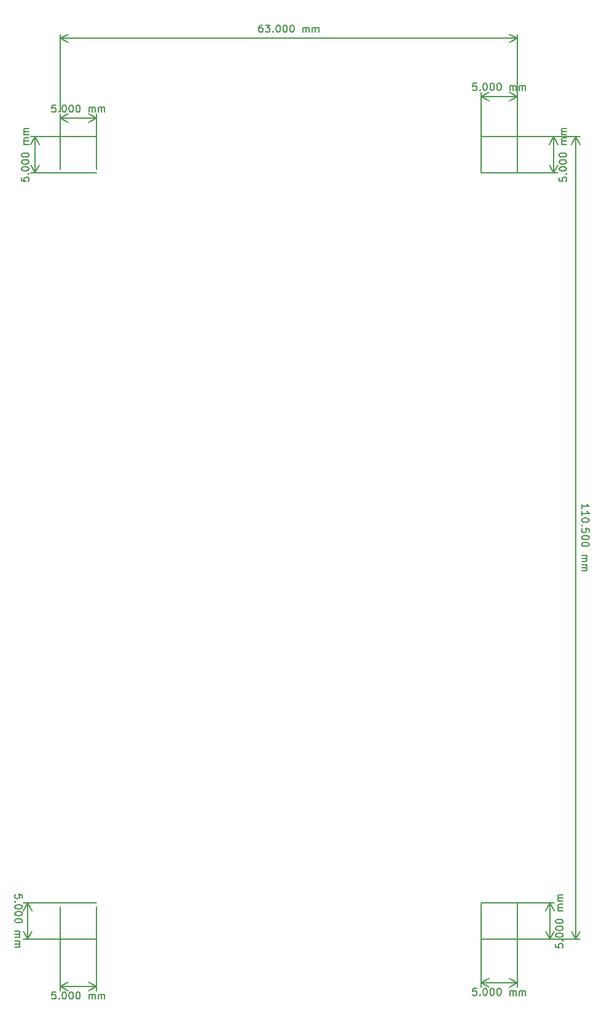
<source format=gbr>
%TF.GenerationSoftware,KiCad,Pcbnew,5.1.10-88a1d61d58~88~ubuntu20.04.1*%
%TF.CreationDate,2021-06-28T09:18:53+01:00*%
%TF.ProjectId,spike_n_hold,7370696b-655f-46e5-9f68-6f6c642e6b69,rev?*%
%TF.SameCoordinates,Original*%
%TF.FileFunction,Other,ECO1*%
%FSLAX46Y46*%
G04 Gerber Fmt 4.6, Leading zero omitted, Abs format (unit mm)*
G04 Created by KiCad (PCBNEW 5.1.10-88a1d61d58~88~ubuntu20.04.1) date 2021-06-28 09:18:53*
%MOMM*%
%LPD*%
G01*
G04 APERTURE LIST*
%ADD10C,0.150000*%
G04 APERTURE END LIST*
D10*
X172752380Y-38142857D02*
X172752380Y-38619047D01*
X173228571Y-38666666D01*
X173180952Y-38619047D01*
X173133333Y-38523809D01*
X173133333Y-38285714D01*
X173180952Y-38190476D01*
X173228571Y-38142857D01*
X173323809Y-38095238D01*
X173561904Y-38095238D01*
X173657142Y-38142857D01*
X173704761Y-38190476D01*
X173752380Y-38285714D01*
X173752380Y-38523809D01*
X173704761Y-38619047D01*
X173657142Y-38666666D01*
X173657142Y-37666666D02*
X173704761Y-37619047D01*
X173752380Y-37666666D01*
X173704761Y-37714285D01*
X173657142Y-37666666D01*
X173752380Y-37666666D01*
X172752380Y-37000000D02*
X172752380Y-36904761D01*
X172800000Y-36809523D01*
X172847619Y-36761904D01*
X172942857Y-36714285D01*
X173133333Y-36666666D01*
X173371428Y-36666666D01*
X173561904Y-36714285D01*
X173657142Y-36761904D01*
X173704761Y-36809523D01*
X173752380Y-36904761D01*
X173752380Y-37000000D01*
X173704761Y-37095238D01*
X173657142Y-37142857D01*
X173561904Y-37190476D01*
X173371428Y-37238095D01*
X173133333Y-37238095D01*
X172942857Y-37190476D01*
X172847619Y-37142857D01*
X172800000Y-37095238D01*
X172752380Y-37000000D01*
X172752380Y-36047619D02*
X172752380Y-35952380D01*
X172800000Y-35857142D01*
X172847619Y-35809523D01*
X172942857Y-35761904D01*
X173133333Y-35714285D01*
X173371428Y-35714285D01*
X173561904Y-35761904D01*
X173657142Y-35809523D01*
X173704761Y-35857142D01*
X173752380Y-35952380D01*
X173752380Y-36047619D01*
X173704761Y-36142857D01*
X173657142Y-36190476D01*
X173561904Y-36238095D01*
X173371428Y-36285714D01*
X173133333Y-36285714D01*
X172942857Y-36238095D01*
X172847619Y-36190476D01*
X172800000Y-36142857D01*
X172752380Y-36047619D01*
X172752380Y-35095238D02*
X172752380Y-35000000D01*
X172800000Y-34904761D01*
X172847619Y-34857142D01*
X172942857Y-34809523D01*
X173133333Y-34761904D01*
X173371428Y-34761904D01*
X173561904Y-34809523D01*
X173657142Y-34857142D01*
X173704761Y-34904761D01*
X173752380Y-35000000D01*
X173752380Y-35095238D01*
X173704761Y-35190476D01*
X173657142Y-35238095D01*
X173561904Y-35285714D01*
X173371428Y-35333333D01*
X173133333Y-35333333D01*
X172942857Y-35285714D01*
X172847619Y-35238095D01*
X172800000Y-35190476D01*
X172752380Y-35095238D01*
X173752380Y-33571428D02*
X173085714Y-33571428D01*
X173180952Y-33571428D02*
X173133333Y-33523809D01*
X173085714Y-33428571D01*
X173085714Y-33285714D01*
X173133333Y-33190476D01*
X173228571Y-33142857D01*
X173752380Y-33142857D01*
X173228571Y-33142857D02*
X173133333Y-33095238D01*
X173085714Y-33000000D01*
X173085714Y-32857142D01*
X173133333Y-32761904D01*
X173228571Y-32714285D01*
X173752380Y-32714285D01*
X173752380Y-32238095D02*
X173085714Y-32238095D01*
X173180952Y-32238095D02*
X173133333Y-32190476D01*
X173085714Y-32095238D01*
X173085714Y-31952380D01*
X173133333Y-31857142D01*
X173228571Y-31809523D01*
X173752380Y-31809523D01*
X173228571Y-31809523D02*
X173133333Y-31761904D01*
X173085714Y-31666666D01*
X173085714Y-31523809D01*
X173133333Y-31428571D01*
X173228571Y-31380952D01*
X173752380Y-31380952D01*
X172000000Y-37500000D02*
X172000000Y-32500000D01*
X162000000Y-37500000D02*
X172586421Y-37500000D01*
X162000000Y-32500000D02*
X172586421Y-32500000D01*
X172000000Y-32500000D02*
X172586421Y-33626504D01*
X172000000Y-32500000D02*
X171413579Y-33626504D01*
X172000000Y-37500000D02*
X172586421Y-36373496D01*
X172000000Y-37500000D02*
X171413579Y-36373496D01*
X161357142Y-25152380D02*
X160880952Y-25152380D01*
X160833333Y-25628571D01*
X160880952Y-25580952D01*
X160976190Y-25533333D01*
X161214285Y-25533333D01*
X161309523Y-25580952D01*
X161357142Y-25628571D01*
X161404761Y-25723809D01*
X161404761Y-25961904D01*
X161357142Y-26057142D01*
X161309523Y-26104761D01*
X161214285Y-26152380D01*
X160976190Y-26152380D01*
X160880952Y-26104761D01*
X160833333Y-26057142D01*
X161833333Y-26057142D02*
X161880952Y-26104761D01*
X161833333Y-26152380D01*
X161785714Y-26104761D01*
X161833333Y-26057142D01*
X161833333Y-26152380D01*
X162500000Y-25152380D02*
X162595238Y-25152380D01*
X162690476Y-25200000D01*
X162738095Y-25247619D01*
X162785714Y-25342857D01*
X162833333Y-25533333D01*
X162833333Y-25771428D01*
X162785714Y-25961904D01*
X162738095Y-26057142D01*
X162690476Y-26104761D01*
X162595238Y-26152380D01*
X162500000Y-26152380D01*
X162404761Y-26104761D01*
X162357142Y-26057142D01*
X162309523Y-25961904D01*
X162261904Y-25771428D01*
X162261904Y-25533333D01*
X162309523Y-25342857D01*
X162357142Y-25247619D01*
X162404761Y-25200000D01*
X162500000Y-25152380D01*
X163452380Y-25152380D02*
X163547619Y-25152380D01*
X163642857Y-25200000D01*
X163690476Y-25247619D01*
X163738095Y-25342857D01*
X163785714Y-25533333D01*
X163785714Y-25771428D01*
X163738095Y-25961904D01*
X163690476Y-26057142D01*
X163642857Y-26104761D01*
X163547619Y-26152380D01*
X163452380Y-26152380D01*
X163357142Y-26104761D01*
X163309523Y-26057142D01*
X163261904Y-25961904D01*
X163214285Y-25771428D01*
X163214285Y-25533333D01*
X163261904Y-25342857D01*
X163309523Y-25247619D01*
X163357142Y-25200000D01*
X163452380Y-25152380D01*
X164404761Y-25152380D02*
X164500000Y-25152380D01*
X164595238Y-25200000D01*
X164642857Y-25247619D01*
X164690476Y-25342857D01*
X164738095Y-25533333D01*
X164738095Y-25771428D01*
X164690476Y-25961904D01*
X164642857Y-26057142D01*
X164595238Y-26104761D01*
X164500000Y-26152380D01*
X164404761Y-26152380D01*
X164309523Y-26104761D01*
X164261904Y-26057142D01*
X164214285Y-25961904D01*
X164166666Y-25771428D01*
X164166666Y-25533333D01*
X164214285Y-25342857D01*
X164261904Y-25247619D01*
X164309523Y-25200000D01*
X164404761Y-25152380D01*
X165928571Y-26152380D02*
X165928571Y-25485714D01*
X165928571Y-25580952D02*
X165976190Y-25533333D01*
X166071428Y-25485714D01*
X166214285Y-25485714D01*
X166309523Y-25533333D01*
X166357142Y-25628571D01*
X166357142Y-26152380D01*
X166357142Y-25628571D02*
X166404761Y-25533333D01*
X166500000Y-25485714D01*
X166642857Y-25485714D01*
X166738095Y-25533333D01*
X166785714Y-25628571D01*
X166785714Y-26152380D01*
X167261904Y-26152380D02*
X167261904Y-25485714D01*
X167261904Y-25580952D02*
X167309523Y-25533333D01*
X167404761Y-25485714D01*
X167547619Y-25485714D01*
X167642857Y-25533333D01*
X167690476Y-25628571D01*
X167690476Y-26152380D01*
X167690476Y-25628571D02*
X167738095Y-25533333D01*
X167833333Y-25485714D01*
X167976190Y-25485714D01*
X168071428Y-25533333D01*
X168119047Y-25628571D01*
X168119047Y-26152380D01*
X162000000Y-27000000D02*
X167000000Y-27000000D01*
X162000000Y-37500000D02*
X162000000Y-26413579D01*
X167000000Y-37500000D02*
X167000000Y-26413579D01*
X167000000Y-27000000D02*
X165873496Y-27586421D01*
X167000000Y-27000000D02*
X165873496Y-26413579D01*
X162000000Y-27000000D02*
X163126504Y-27586421D01*
X162000000Y-27000000D02*
X163126504Y-26413579D01*
X172252380Y-143642857D02*
X172252380Y-144119047D01*
X172728571Y-144166666D01*
X172680952Y-144119047D01*
X172633333Y-144023809D01*
X172633333Y-143785714D01*
X172680952Y-143690476D01*
X172728571Y-143642857D01*
X172823809Y-143595238D01*
X173061904Y-143595238D01*
X173157142Y-143642857D01*
X173204761Y-143690476D01*
X173252380Y-143785714D01*
X173252380Y-144023809D01*
X173204761Y-144119047D01*
X173157142Y-144166666D01*
X173157142Y-143166666D02*
X173204761Y-143119047D01*
X173252380Y-143166666D01*
X173204761Y-143214285D01*
X173157142Y-143166666D01*
X173252380Y-143166666D01*
X172252380Y-142500000D02*
X172252380Y-142404761D01*
X172300000Y-142309523D01*
X172347619Y-142261904D01*
X172442857Y-142214285D01*
X172633333Y-142166666D01*
X172871428Y-142166666D01*
X173061904Y-142214285D01*
X173157142Y-142261904D01*
X173204761Y-142309523D01*
X173252380Y-142404761D01*
X173252380Y-142500000D01*
X173204761Y-142595238D01*
X173157142Y-142642857D01*
X173061904Y-142690476D01*
X172871428Y-142738095D01*
X172633333Y-142738095D01*
X172442857Y-142690476D01*
X172347619Y-142642857D01*
X172300000Y-142595238D01*
X172252380Y-142500000D01*
X172252380Y-141547619D02*
X172252380Y-141452380D01*
X172300000Y-141357142D01*
X172347619Y-141309523D01*
X172442857Y-141261904D01*
X172633333Y-141214285D01*
X172871428Y-141214285D01*
X173061904Y-141261904D01*
X173157142Y-141309523D01*
X173204761Y-141357142D01*
X173252380Y-141452380D01*
X173252380Y-141547619D01*
X173204761Y-141642857D01*
X173157142Y-141690476D01*
X173061904Y-141738095D01*
X172871428Y-141785714D01*
X172633333Y-141785714D01*
X172442857Y-141738095D01*
X172347619Y-141690476D01*
X172300000Y-141642857D01*
X172252380Y-141547619D01*
X172252380Y-140595238D02*
X172252380Y-140500000D01*
X172300000Y-140404761D01*
X172347619Y-140357142D01*
X172442857Y-140309523D01*
X172633333Y-140261904D01*
X172871428Y-140261904D01*
X173061904Y-140309523D01*
X173157142Y-140357142D01*
X173204761Y-140404761D01*
X173252380Y-140500000D01*
X173252380Y-140595238D01*
X173204761Y-140690476D01*
X173157142Y-140738095D01*
X173061904Y-140785714D01*
X172871428Y-140833333D01*
X172633333Y-140833333D01*
X172442857Y-140785714D01*
X172347619Y-140738095D01*
X172300000Y-140690476D01*
X172252380Y-140595238D01*
X173252380Y-139071428D02*
X172585714Y-139071428D01*
X172680952Y-139071428D02*
X172633333Y-139023809D01*
X172585714Y-138928571D01*
X172585714Y-138785714D01*
X172633333Y-138690476D01*
X172728571Y-138642857D01*
X173252380Y-138642857D01*
X172728571Y-138642857D02*
X172633333Y-138595238D01*
X172585714Y-138500000D01*
X172585714Y-138357142D01*
X172633333Y-138261904D01*
X172728571Y-138214285D01*
X173252380Y-138214285D01*
X173252380Y-137738095D02*
X172585714Y-137738095D01*
X172680952Y-137738095D02*
X172633333Y-137690476D01*
X172585714Y-137595238D01*
X172585714Y-137452380D01*
X172633333Y-137357142D01*
X172728571Y-137309523D01*
X173252380Y-137309523D01*
X172728571Y-137309523D02*
X172633333Y-137261904D01*
X172585714Y-137166666D01*
X172585714Y-137023809D01*
X172633333Y-136928571D01*
X172728571Y-136880952D01*
X173252380Y-136880952D01*
X171500000Y-143000000D02*
X171500000Y-138000000D01*
X162000000Y-143000000D02*
X172086421Y-143000000D01*
X162000000Y-138000000D02*
X172086421Y-138000000D01*
X171500000Y-138000000D02*
X172086421Y-139126504D01*
X171500000Y-138000000D02*
X170913579Y-139126504D01*
X171500000Y-143000000D02*
X172086421Y-141873496D01*
X171500000Y-143000000D02*
X170913579Y-141873496D01*
X161357142Y-149752380D02*
X160880952Y-149752380D01*
X160833333Y-150228571D01*
X160880952Y-150180952D01*
X160976190Y-150133333D01*
X161214285Y-150133333D01*
X161309523Y-150180952D01*
X161357142Y-150228571D01*
X161404761Y-150323809D01*
X161404761Y-150561904D01*
X161357142Y-150657142D01*
X161309523Y-150704761D01*
X161214285Y-150752380D01*
X160976190Y-150752380D01*
X160880952Y-150704761D01*
X160833333Y-150657142D01*
X161833333Y-150657142D02*
X161880952Y-150704761D01*
X161833333Y-150752380D01*
X161785714Y-150704761D01*
X161833333Y-150657142D01*
X161833333Y-150752380D01*
X162500000Y-149752380D02*
X162595238Y-149752380D01*
X162690476Y-149800000D01*
X162738095Y-149847619D01*
X162785714Y-149942857D01*
X162833333Y-150133333D01*
X162833333Y-150371428D01*
X162785714Y-150561904D01*
X162738095Y-150657142D01*
X162690476Y-150704761D01*
X162595238Y-150752380D01*
X162500000Y-150752380D01*
X162404761Y-150704761D01*
X162357142Y-150657142D01*
X162309523Y-150561904D01*
X162261904Y-150371428D01*
X162261904Y-150133333D01*
X162309523Y-149942857D01*
X162357142Y-149847619D01*
X162404761Y-149800000D01*
X162500000Y-149752380D01*
X163452380Y-149752380D02*
X163547619Y-149752380D01*
X163642857Y-149800000D01*
X163690476Y-149847619D01*
X163738095Y-149942857D01*
X163785714Y-150133333D01*
X163785714Y-150371428D01*
X163738095Y-150561904D01*
X163690476Y-150657142D01*
X163642857Y-150704761D01*
X163547619Y-150752380D01*
X163452380Y-150752380D01*
X163357142Y-150704761D01*
X163309523Y-150657142D01*
X163261904Y-150561904D01*
X163214285Y-150371428D01*
X163214285Y-150133333D01*
X163261904Y-149942857D01*
X163309523Y-149847619D01*
X163357142Y-149800000D01*
X163452380Y-149752380D01*
X164404761Y-149752380D02*
X164500000Y-149752380D01*
X164595238Y-149800000D01*
X164642857Y-149847619D01*
X164690476Y-149942857D01*
X164738095Y-150133333D01*
X164738095Y-150371428D01*
X164690476Y-150561904D01*
X164642857Y-150657142D01*
X164595238Y-150704761D01*
X164500000Y-150752380D01*
X164404761Y-150752380D01*
X164309523Y-150704761D01*
X164261904Y-150657142D01*
X164214285Y-150561904D01*
X164166666Y-150371428D01*
X164166666Y-150133333D01*
X164214285Y-149942857D01*
X164261904Y-149847619D01*
X164309523Y-149800000D01*
X164404761Y-149752380D01*
X165928571Y-150752380D02*
X165928571Y-150085714D01*
X165928571Y-150180952D02*
X165976190Y-150133333D01*
X166071428Y-150085714D01*
X166214285Y-150085714D01*
X166309523Y-150133333D01*
X166357142Y-150228571D01*
X166357142Y-150752380D01*
X166357142Y-150228571D02*
X166404761Y-150133333D01*
X166500000Y-150085714D01*
X166642857Y-150085714D01*
X166738095Y-150133333D01*
X166785714Y-150228571D01*
X166785714Y-150752380D01*
X167261904Y-150752380D02*
X167261904Y-150085714D01*
X167261904Y-150180952D02*
X167309523Y-150133333D01*
X167404761Y-150085714D01*
X167547619Y-150085714D01*
X167642857Y-150133333D01*
X167690476Y-150228571D01*
X167690476Y-150752380D01*
X167690476Y-150228571D02*
X167738095Y-150133333D01*
X167833333Y-150085714D01*
X167976190Y-150085714D01*
X168071428Y-150133333D01*
X168119047Y-150228571D01*
X168119047Y-150752380D01*
X167000000Y-149000000D02*
X162000000Y-149000000D01*
X167000000Y-138000000D02*
X167000000Y-149586421D01*
X162000000Y-138000000D02*
X162000000Y-149586421D01*
X162000000Y-149000000D02*
X163126504Y-148413579D01*
X162000000Y-149000000D02*
X163126504Y-149586421D01*
X167000000Y-149000000D02*
X165873496Y-148413579D01*
X167000000Y-149000000D02*
X165873496Y-149586421D01*
X98747619Y-137357142D02*
X98747619Y-136880952D01*
X98271428Y-136833333D01*
X98319047Y-136880952D01*
X98366666Y-136976190D01*
X98366666Y-137214285D01*
X98319047Y-137309523D01*
X98271428Y-137357142D01*
X98176190Y-137404761D01*
X97938095Y-137404761D01*
X97842857Y-137357142D01*
X97795238Y-137309523D01*
X97747619Y-137214285D01*
X97747619Y-136976190D01*
X97795238Y-136880952D01*
X97842857Y-136833333D01*
X97842857Y-137833333D02*
X97795238Y-137880952D01*
X97747619Y-137833333D01*
X97795238Y-137785714D01*
X97842857Y-137833333D01*
X97747619Y-137833333D01*
X98747619Y-138500000D02*
X98747619Y-138595238D01*
X98700000Y-138690476D01*
X98652380Y-138738095D01*
X98557142Y-138785714D01*
X98366666Y-138833333D01*
X98128571Y-138833333D01*
X97938095Y-138785714D01*
X97842857Y-138738095D01*
X97795238Y-138690476D01*
X97747619Y-138595238D01*
X97747619Y-138500000D01*
X97795238Y-138404761D01*
X97842857Y-138357142D01*
X97938095Y-138309523D01*
X98128571Y-138261904D01*
X98366666Y-138261904D01*
X98557142Y-138309523D01*
X98652380Y-138357142D01*
X98700000Y-138404761D01*
X98747619Y-138500000D01*
X98747619Y-139452380D02*
X98747619Y-139547619D01*
X98700000Y-139642857D01*
X98652380Y-139690476D01*
X98557142Y-139738095D01*
X98366666Y-139785714D01*
X98128571Y-139785714D01*
X97938095Y-139738095D01*
X97842857Y-139690476D01*
X97795238Y-139642857D01*
X97747619Y-139547619D01*
X97747619Y-139452380D01*
X97795238Y-139357142D01*
X97842857Y-139309523D01*
X97938095Y-139261904D01*
X98128571Y-139214285D01*
X98366666Y-139214285D01*
X98557142Y-139261904D01*
X98652380Y-139309523D01*
X98700000Y-139357142D01*
X98747619Y-139452380D01*
X98747619Y-140404761D02*
X98747619Y-140500000D01*
X98700000Y-140595238D01*
X98652380Y-140642857D01*
X98557142Y-140690476D01*
X98366666Y-140738095D01*
X98128571Y-140738095D01*
X97938095Y-140690476D01*
X97842857Y-140642857D01*
X97795238Y-140595238D01*
X97747619Y-140500000D01*
X97747619Y-140404761D01*
X97795238Y-140309523D01*
X97842857Y-140261904D01*
X97938095Y-140214285D01*
X98128571Y-140166666D01*
X98366666Y-140166666D01*
X98557142Y-140214285D01*
X98652380Y-140261904D01*
X98700000Y-140309523D01*
X98747619Y-140404761D01*
X97747619Y-141928571D02*
X98414285Y-141928571D01*
X98319047Y-141928571D02*
X98366666Y-141976190D01*
X98414285Y-142071428D01*
X98414285Y-142214285D01*
X98366666Y-142309523D01*
X98271428Y-142357142D01*
X97747619Y-142357142D01*
X98271428Y-142357142D02*
X98366666Y-142404761D01*
X98414285Y-142500000D01*
X98414285Y-142642857D01*
X98366666Y-142738095D01*
X98271428Y-142785714D01*
X97747619Y-142785714D01*
X97747619Y-143261904D02*
X98414285Y-143261904D01*
X98319047Y-143261904D02*
X98366666Y-143309523D01*
X98414285Y-143404761D01*
X98414285Y-143547619D01*
X98366666Y-143642857D01*
X98271428Y-143690476D01*
X97747619Y-143690476D01*
X98271428Y-143690476D02*
X98366666Y-143738095D01*
X98414285Y-143833333D01*
X98414285Y-143976190D01*
X98366666Y-144071428D01*
X98271428Y-144119047D01*
X97747619Y-144119047D01*
X99500000Y-138000000D02*
X99500000Y-143000000D01*
X109000000Y-138000000D02*
X98913579Y-138000000D01*
X109000000Y-143000000D02*
X98913579Y-143000000D01*
X99500000Y-143000000D02*
X98913579Y-141873496D01*
X99500000Y-143000000D02*
X100086421Y-141873496D01*
X99500000Y-138000000D02*
X98913579Y-139126504D01*
X99500000Y-138000000D02*
X100086421Y-139126504D01*
X103357142Y-150252380D02*
X102880952Y-150252380D01*
X102833333Y-150728571D01*
X102880952Y-150680952D01*
X102976190Y-150633333D01*
X103214285Y-150633333D01*
X103309523Y-150680952D01*
X103357142Y-150728571D01*
X103404761Y-150823809D01*
X103404761Y-151061904D01*
X103357142Y-151157142D01*
X103309523Y-151204761D01*
X103214285Y-151252380D01*
X102976190Y-151252380D01*
X102880952Y-151204761D01*
X102833333Y-151157142D01*
X103833333Y-151157142D02*
X103880952Y-151204761D01*
X103833333Y-151252380D01*
X103785714Y-151204761D01*
X103833333Y-151157142D01*
X103833333Y-151252380D01*
X104500000Y-150252380D02*
X104595238Y-150252380D01*
X104690476Y-150300000D01*
X104738095Y-150347619D01*
X104785714Y-150442857D01*
X104833333Y-150633333D01*
X104833333Y-150871428D01*
X104785714Y-151061904D01*
X104738095Y-151157142D01*
X104690476Y-151204761D01*
X104595238Y-151252380D01*
X104500000Y-151252380D01*
X104404761Y-151204761D01*
X104357142Y-151157142D01*
X104309523Y-151061904D01*
X104261904Y-150871428D01*
X104261904Y-150633333D01*
X104309523Y-150442857D01*
X104357142Y-150347619D01*
X104404761Y-150300000D01*
X104500000Y-150252380D01*
X105452380Y-150252380D02*
X105547619Y-150252380D01*
X105642857Y-150300000D01*
X105690476Y-150347619D01*
X105738095Y-150442857D01*
X105785714Y-150633333D01*
X105785714Y-150871428D01*
X105738095Y-151061904D01*
X105690476Y-151157142D01*
X105642857Y-151204761D01*
X105547619Y-151252380D01*
X105452380Y-151252380D01*
X105357142Y-151204761D01*
X105309523Y-151157142D01*
X105261904Y-151061904D01*
X105214285Y-150871428D01*
X105214285Y-150633333D01*
X105261904Y-150442857D01*
X105309523Y-150347619D01*
X105357142Y-150300000D01*
X105452380Y-150252380D01*
X106404761Y-150252380D02*
X106500000Y-150252380D01*
X106595238Y-150300000D01*
X106642857Y-150347619D01*
X106690476Y-150442857D01*
X106738095Y-150633333D01*
X106738095Y-150871428D01*
X106690476Y-151061904D01*
X106642857Y-151157142D01*
X106595238Y-151204761D01*
X106500000Y-151252380D01*
X106404761Y-151252380D01*
X106309523Y-151204761D01*
X106261904Y-151157142D01*
X106214285Y-151061904D01*
X106166666Y-150871428D01*
X106166666Y-150633333D01*
X106214285Y-150442857D01*
X106261904Y-150347619D01*
X106309523Y-150300000D01*
X106404761Y-150252380D01*
X107928571Y-151252380D02*
X107928571Y-150585714D01*
X107928571Y-150680952D02*
X107976190Y-150633333D01*
X108071428Y-150585714D01*
X108214285Y-150585714D01*
X108309523Y-150633333D01*
X108357142Y-150728571D01*
X108357142Y-151252380D01*
X108357142Y-150728571D02*
X108404761Y-150633333D01*
X108500000Y-150585714D01*
X108642857Y-150585714D01*
X108738095Y-150633333D01*
X108785714Y-150728571D01*
X108785714Y-151252380D01*
X109261904Y-151252380D02*
X109261904Y-150585714D01*
X109261904Y-150680952D02*
X109309523Y-150633333D01*
X109404761Y-150585714D01*
X109547619Y-150585714D01*
X109642857Y-150633333D01*
X109690476Y-150728571D01*
X109690476Y-151252380D01*
X109690476Y-150728571D02*
X109738095Y-150633333D01*
X109833333Y-150585714D01*
X109976190Y-150585714D01*
X110071428Y-150633333D01*
X110119047Y-150728571D01*
X110119047Y-151252380D01*
X109000000Y-149500000D02*
X104000000Y-149500000D01*
X109000000Y-138500000D02*
X109000000Y-150086421D01*
X104000000Y-138500000D02*
X104000000Y-150086421D01*
X104000000Y-149500000D02*
X105126504Y-148913579D01*
X104000000Y-149500000D02*
X105126504Y-150086421D01*
X109000000Y-149500000D02*
X107873496Y-148913579D01*
X109000000Y-149500000D02*
X107873496Y-150086421D01*
X98652380Y-38142857D02*
X98652380Y-38619047D01*
X99128571Y-38666666D01*
X99080952Y-38619047D01*
X99033333Y-38523809D01*
X99033333Y-38285714D01*
X99080952Y-38190476D01*
X99128571Y-38142857D01*
X99223809Y-38095238D01*
X99461904Y-38095238D01*
X99557142Y-38142857D01*
X99604761Y-38190476D01*
X99652380Y-38285714D01*
X99652380Y-38523809D01*
X99604761Y-38619047D01*
X99557142Y-38666666D01*
X99557142Y-37666666D02*
X99604761Y-37619047D01*
X99652380Y-37666666D01*
X99604761Y-37714285D01*
X99557142Y-37666666D01*
X99652380Y-37666666D01*
X98652380Y-37000000D02*
X98652380Y-36904761D01*
X98700000Y-36809523D01*
X98747619Y-36761904D01*
X98842857Y-36714285D01*
X99033333Y-36666666D01*
X99271428Y-36666666D01*
X99461904Y-36714285D01*
X99557142Y-36761904D01*
X99604761Y-36809523D01*
X99652380Y-36904761D01*
X99652380Y-37000000D01*
X99604761Y-37095238D01*
X99557142Y-37142857D01*
X99461904Y-37190476D01*
X99271428Y-37238095D01*
X99033333Y-37238095D01*
X98842857Y-37190476D01*
X98747619Y-37142857D01*
X98700000Y-37095238D01*
X98652380Y-37000000D01*
X98652380Y-36047619D02*
X98652380Y-35952380D01*
X98700000Y-35857142D01*
X98747619Y-35809523D01*
X98842857Y-35761904D01*
X99033333Y-35714285D01*
X99271428Y-35714285D01*
X99461904Y-35761904D01*
X99557142Y-35809523D01*
X99604761Y-35857142D01*
X99652380Y-35952380D01*
X99652380Y-36047619D01*
X99604761Y-36142857D01*
X99557142Y-36190476D01*
X99461904Y-36238095D01*
X99271428Y-36285714D01*
X99033333Y-36285714D01*
X98842857Y-36238095D01*
X98747619Y-36190476D01*
X98700000Y-36142857D01*
X98652380Y-36047619D01*
X98652380Y-35095238D02*
X98652380Y-35000000D01*
X98700000Y-34904761D01*
X98747619Y-34857142D01*
X98842857Y-34809523D01*
X99033333Y-34761904D01*
X99271428Y-34761904D01*
X99461904Y-34809523D01*
X99557142Y-34857142D01*
X99604761Y-34904761D01*
X99652380Y-35000000D01*
X99652380Y-35095238D01*
X99604761Y-35190476D01*
X99557142Y-35238095D01*
X99461904Y-35285714D01*
X99271428Y-35333333D01*
X99033333Y-35333333D01*
X98842857Y-35285714D01*
X98747619Y-35238095D01*
X98700000Y-35190476D01*
X98652380Y-35095238D01*
X99652380Y-33571428D02*
X98985714Y-33571428D01*
X99080952Y-33571428D02*
X99033333Y-33523809D01*
X98985714Y-33428571D01*
X98985714Y-33285714D01*
X99033333Y-33190476D01*
X99128571Y-33142857D01*
X99652380Y-33142857D01*
X99128571Y-33142857D02*
X99033333Y-33095238D01*
X98985714Y-33000000D01*
X98985714Y-32857142D01*
X99033333Y-32761904D01*
X99128571Y-32714285D01*
X99652380Y-32714285D01*
X99652380Y-32238095D02*
X98985714Y-32238095D01*
X99080952Y-32238095D02*
X99033333Y-32190476D01*
X98985714Y-32095238D01*
X98985714Y-31952380D01*
X99033333Y-31857142D01*
X99128571Y-31809523D01*
X99652380Y-31809523D01*
X99128571Y-31809523D02*
X99033333Y-31761904D01*
X98985714Y-31666666D01*
X98985714Y-31523809D01*
X99033333Y-31428571D01*
X99128571Y-31380952D01*
X99652380Y-31380952D01*
X100500000Y-37500000D02*
X100500000Y-32500000D01*
X109000000Y-37500000D02*
X99913579Y-37500000D01*
X109000000Y-32500000D02*
X99913579Y-32500000D01*
X100500000Y-32500000D02*
X101086421Y-33626504D01*
X100500000Y-32500000D02*
X99913579Y-33626504D01*
X100500000Y-37500000D02*
X101086421Y-36373496D01*
X100500000Y-37500000D02*
X99913579Y-36373496D01*
X103357142Y-28152380D02*
X102880952Y-28152380D01*
X102833333Y-28628571D01*
X102880952Y-28580952D01*
X102976190Y-28533333D01*
X103214285Y-28533333D01*
X103309523Y-28580952D01*
X103357142Y-28628571D01*
X103404761Y-28723809D01*
X103404761Y-28961904D01*
X103357142Y-29057142D01*
X103309523Y-29104761D01*
X103214285Y-29152380D01*
X102976190Y-29152380D01*
X102880952Y-29104761D01*
X102833333Y-29057142D01*
X103833333Y-29057142D02*
X103880952Y-29104761D01*
X103833333Y-29152380D01*
X103785714Y-29104761D01*
X103833333Y-29057142D01*
X103833333Y-29152380D01*
X104500000Y-28152380D02*
X104595238Y-28152380D01*
X104690476Y-28200000D01*
X104738095Y-28247619D01*
X104785714Y-28342857D01*
X104833333Y-28533333D01*
X104833333Y-28771428D01*
X104785714Y-28961904D01*
X104738095Y-29057142D01*
X104690476Y-29104761D01*
X104595238Y-29152380D01*
X104500000Y-29152380D01*
X104404761Y-29104761D01*
X104357142Y-29057142D01*
X104309523Y-28961904D01*
X104261904Y-28771428D01*
X104261904Y-28533333D01*
X104309523Y-28342857D01*
X104357142Y-28247619D01*
X104404761Y-28200000D01*
X104500000Y-28152380D01*
X105452380Y-28152380D02*
X105547619Y-28152380D01*
X105642857Y-28200000D01*
X105690476Y-28247619D01*
X105738095Y-28342857D01*
X105785714Y-28533333D01*
X105785714Y-28771428D01*
X105738095Y-28961904D01*
X105690476Y-29057142D01*
X105642857Y-29104761D01*
X105547619Y-29152380D01*
X105452380Y-29152380D01*
X105357142Y-29104761D01*
X105309523Y-29057142D01*
X105261904Y-28961904D01*
X105214285Y-28771428D01*
X105214285Y-28533333D01*
X105261904Y-28342857D01*
X105309523Y-28247619D01*
X105357142Y-28200000D01*
X105452380Y-28152380D01*
X106404761Y-28152380D02*
X106500000Y-28152380D01*
X106595238Y-28200000D01*
X106642857Y-28247619D01*
X106690476Y-28342857D01*
X106738095Y-28533333D01*
X106738095Y-28771428D01*
X106690476Y-28961904D01*
X106642857Y-29057142D01*
X106595238Y-29104761D01*
X106500000Y-29152380D01*
X106404761Y-29152380D01*
X106309523Y-29104761D01*
X106261904Y-29057142D01*
X106214285Y-28961904D01*
X106166666Y-28771428D01*
X106166666Y-28533333D01*
X106214285Y-28342857D01*
X106261904Y-28247619D01*
X106309523Y-28200000D01*
X106404761Y-28152380D01*
X107928571Y-29152380D02*
X107928571Y-28485714D01*
X107928571Y-28580952D02*
X107976190Y-28533333D01*
X108071428Y-28485714D01*
X108214285Y-28485714D01*
X108309523Y-28533333D01*
X108357142Y-28628571D01*
X108357142Y-29152380D01*
X108357142Y-28628571D02*
X108404761Y-28533333D01*
X108500000Y-28485714D01*
X108642857Y-28485714D01*
X108738095Y-28533333D01*
X108785714Y-28628571D01*
X108785714Y-29152380D01*
X109261904Y-29152380D02*
X109261904Y-28485714D01*
X109261904Y-28580952D02*
X109309523Y-28533333D01*
X109404761Y-28485714D01*
X109547619Y-28485714D01*
X109642857Y-28533333D01*
X109690476Y-28628571D01*
X109690476Y-29152380D01*
X109690476Y-28628571D02*
X109738095Y-28533333D01*
X109833333Y-28485714D01*
X109976190Y-28485714D01*
X110071428Y-28533333D01*
X110119047Y-28628571D01*
X110119047Y-29152380D01*
X109000000Y-30000000D02*
X104000000Y-30000000D01*
X109000000Y-37000000D02*
X109000000Y-29413579D01*
X104000000Y-37000000D02*
X104000000Y-29413579D01*
X104000000Y-30000000D02*
X105126504Y-29413579D01*
X104000000Y-30000000D02*
X105126504Y-30586421D01*
X109000000Y-30000000D02*
X107873496Y-29413579D01*
X109000000Y-30000000D02*
X107873496Y-30586421D01*
X175847619Y-83702380D02*
X175847619Y-83130952D01*
X175847619Y-83416666D02*
X176847619Y-83416666D01*
X176704761Y-83321428D01*
X176609523Y-83226190D01*
X176561904Y-83130952D01*
X175847619Y-84654761D02*
X175847619Y-84083333D01*
X175847619Y-84369047D02*
X176847619Y-84369047D01*
X176704761Y-84273809D01*
X176609523Y-84178571D01*
X176561904Y-84083333D01*
X176847619Y-85273809D02*
X176847619Y-85369047D01*
X176800000Y-85464285D01*
X176752380Y-85511904D01*
X176657142Y-85559523D01*
X176466666Y-85607142D01*
X176228571Y-85607142D01*
X176038095Y-85559523D01*
X175942857Y-85511904D01*
X175895238Y-85464285D01*
X175847619Y-85369047D01*
X175847619Y-85273809D01*
X175895238Y-85178571D01*
X175942857Y-85130952D01*
X176038095Y-85083333D01*
X176228571Y-85035714D01*
X176466666Y-85035714D01*
X176657142Y-85083333D01*
X176752380Y-85130952D01*
X176800000Y-85178571D01*
X176847619Y-85273809D01*
X175942857Y-86035714D02*
X175895238Y-86083333D01*
X175847619Y-86035714D01*
X175895238Y-85988095D01*
X175942857Y-86035714D01*
X175847619Y-86035714D01*
X176847619Y-86988095D02*
X176847619Y-86511904D01*
X176371428Y-86464285D01*
X176419047Y-86511904D01*
X176466666Y-86607142D01*
X176466666Y-86845238D01*
X176419047Y-86940476D01*
X176371428Y-86988095D01*
X176276190Y-87035714D01*
X176038095Y-87035714D01*
X175942857Y-86988095D01*
X175895238Y-86940476D01*
X175847619Y-86845238D01*
X175847619Y-86607142D01*
X175895238Y-86511904D01*
X175942857Y-86464285D01*
X176847619Y-87654761D02*
X176847619Y-87750000D01*
X176800000Y-87845238D01*
X176752380Y-87892857D01*
X176657142Y-87940476D01*
X176466666Y-87988095D01*
X176228571Y-87988095D01*
X176038095Y-87940476D01*
X175942857Y-87892857D01*
X175895238Y-87845238D01*
X175847619Y-87750000D01*
X175847619Y-87654761D01*
X175895238Y-87559523D01*
X175942857Y-87511904D01*
X176038095Y-87464285D01*
X176228571Y-87416666D01*
X176466666Y-87416666D01*
X176657142Y-87464285D01*
X176752380Y-87511904D01*
X176800000Y-87559523D01*
X176847619Y-87654761D01*
X176847619Y-88607142D02*
X176847619Y-88702380D01*
X176800000Y-88797619D01*
X176752380Y-88845238D01*
X176657142Y-88892857D01*
X176466666Y-88940476D01*
X176228571Y-88940476D01*
X176038095Y-88892857D01*
X175942857Y-88845238D01*
X175895238Y-88797619D01*
X175847619Y-88702380D01*
X175847619Y-88607142D01*
X175895238Y-88511904D01*
X175942857Y-88464285D01*
X176038095Y-88416666D01*
X176228571Y-88369047D01*
X176466666Y-88369047D01*
X176657142Y-88416666D01*
X176752380Y-88464285D01*
X176800000Y-88511904D01*
X176847619Y-88607142D01*
X175847619Y-90130952D02*
X176514285Y-90130952D01*
X176419047Y-90130952D02*
X176466666Y-90178571D01*
X176514285Y-90273809D01*
X176514285Y-90416666D01*
X176466666Y-90511904D01*
X176371428Y-90559523D01*
X175847619Y-90559523D01*
X176371428Y-90559523D02*
X176466666Y-90607142D01*
X176514285Y-90702380D01*
X176514285Y-90845238D01*
X176466666Y-90940476D01*
X176371428Y-90988095D01*
X175847619Y-90988095D01*
X175847619Y-91464285D02*
X176514285Y-91464285D01*
X176419047Y-91464285D02*
X176466666Y-91511904D01*
X176514285Y-91607142D01*
X176514285Y-91750000D01*
X176466666Y-91845238D01*
X176371428Y-91892857D01*
X175847619Y-91892857D01*
X176371428Y-91892857D02*
X176466666Y-91940476D01*
X176514285Y-92035714D01*
X176514285Y-92178571D01*
X176466666Y-92273809D01*
X176371428Y-92321428D01*
X175847619Y-92321428D01*
X175000000Y-32500000D02*
X175000000Y-143000000D01*
X167000000Y-32500000D02*
X175586421Y-32500000D01*
X167000000Y-143000000D02*
X175586421Y-143000000D01*
X175000000Y-143000000D02*
X174413579Y-141873496D01*
X175000000Y-143000000D02*
X175586421Y-141873496D01*
X175000000Y-32500000D02*
X174413579Y-33626504D01*
X175000000Y-32500000D02*
X175586421Y-33626504D01*
X131833333Y-17152380D02*
X131642857Y-17152380D01*
X131547619Y-17200000D01*
X131500000Y-17247619D01*
X131404761Y-17390476D01*
X131357142Y-17580952D01*
X131357142Y-17961904D01*
X131404761Y-18057142D01*
X131452380Y-18104761D01*
X131547619Y-18152380D01*
X131738095Y-18152380D01*
X131833333Y-18104761D01*
X131880952Y-18057142D01*
X131928571Y-17961904D01*
X131928571Y-17723809D01*
X131880952Y-17628571D01*
X131833333Y-17580952D01*
X131738095Y-17533333D01*
X131547619Y-17533333D01*
X131452380Y-17580952D01*
X131404761Y-17628571D01*
X131357142Y-17723809D01*
X132261904Y-17152380D02*
X132880952Y-17152380D01*
X132547619Y-17533333D01*
X132690476Y-17533333D01*
X132785714Y-17580952D01*
X132833333Y-17628571D01*
X132880952Y-17723809D01*
X132880952Y-17961904D01*
X132833333Y-18057142D01*
X132785714Y-18104761D01*
X132690476Y-18152380D01*
X132404761Y-18152380D01*
X132309523Y-18104761D01*
X132261904Y-18057142D01*
X133309523Y-18057142D02*
X133357142Y-18104761D01*
X133309523Y-18152380D01*
X133261904Y-18104761D01*
X133309523Y-18057142D01*
X133309523Y-18152380D01*
X133976190Y-17152380D02*
X134071428Y-17152380D01*
X134166666Y-17200000D01*
X134214285Y-17247619D01*
X134261904Y-17342857D01*
X134309523Y-17533333D01*
X134309523Y-17771428D01*
X134261904Y-17961904D01*
X134214285Y-18057142D01*
X134166666Y-18104761D01*
X134071428Y-18152380D01*
X133976190Y-18152380D01*
X133880952Y-18104761D01*
X133833333Y-18057142D01*
X133785714Y-17961904D01*
X133738095Y-17771428D01*
X133738095Y-17533333D01*
X133785714Y-17342857D01*
X133833333Y-17247619D01*
X133880952Y-17200000D01*
X133976190Y-17152380D01*
X134928571Y-17152380D02*
X135023809Y-17152380D01*
X135119047Y-17200000D01*
X135166666Y-17247619D01*
X135214285Y-17342857D01*
X135261904Y-17533333D01*
X135261904Y-17771428D01*
X135214285Y-17961904D01*
X135166666Y-18057142D01*
X135119047Y-18104761D01*
X135023809Y-18152380D01*
X134928571Y-18152380D01*
X134833333Y-18104761D01*
X134785714Y-18057142D01*
X134738095Y-17961904D01*
X134690476Y-17771428D01*
X134690476Y-17533333D01*
X134738095Y-17342857D01*
X134785714Y-17247619D01*
X134833333Y-17200000D01*
X134928571Y-17152380D01*
X135880952Y-17152380D02*
X135976190Y-17152380D01*
X136071428Y-17200000D01*
X136119047Y-17247619D01*
X136166666Y-17342857D01*
X136214285Y-17533333D01*
X136214285Y-17771428D01*
X136166666Y-17961904D01*
X136119047Y-18057142D01*
X136071428Y-18104761D01*
X135976190Y-18152380D01*
X135880952Y-18152380D01*
X135785714Y-18104761D01*
X135738095Y-18057142D01*
X135690476Y-17961904D01*
X135642857Y-17771428D01*
X135642857Y-17533333D01*
X135690476Y-17342857D01*
X135738095Y-17247619D01*
X135785714Y-17200000D01*
X135880952Y-17152380D01*
X137404761Y-18152380D02*
X137404761Y-17485714D01*
X137404761Y-17580952D02*
X137452380Y-17533333D01*
X137547619Y-17485714D01*
X137690476Y-17485714D01*
X137785714Y-17533333D01*
X137833333Y-17628571D01*
X137833333Y-18152380D01*
X137833333Y-17628571D02*
X137880952Y-17533333D01*
X137976190Y-17485714D01*
X138119047Y-17485714D01*
X138214285Y-17533333D01*
X138261904Y-17628571D01*
X138261904Y-18152380D01*
X138738095Y-18152380D02*
X138738095Y-17485714D01*
X138738095Y-17580952D02*
X138785714Y-17533333D01*
X138880952Y-17485714D01*
X139023809Y-17485714D01*
X139119047Y-17533333D01*
X139166666Y-17628571D01*
X139166666Y-18152380D01*
X139166666Y-17628571D02*
X139214285Y-17533333D01*
X139309523Y-17485714D01*
X139452380Y-17485714D01*
X139547619Y-17533333D01*
X139595238Y-17628571D01*
X139595238Y-18152380D01*
X104000000Y-19000000D02*
X167000000Y-19000000D01*
X104000000Y-29000000D02*
X104000000Y-18413579D01*
X167000000Y-29000000D02*
X167000000Y-18413579D01*
X167000000Y-19000000D02*
X165873496Y-19586421D01*
X167000000Y-19000000D02*
X165873496Y-18413579D01*
X104000000Y-19000000D02*
X105126504Y-19586421D01*
X104000000Y-19000000D02*
X105126504Y-18413579D01*
M02*

</source>
